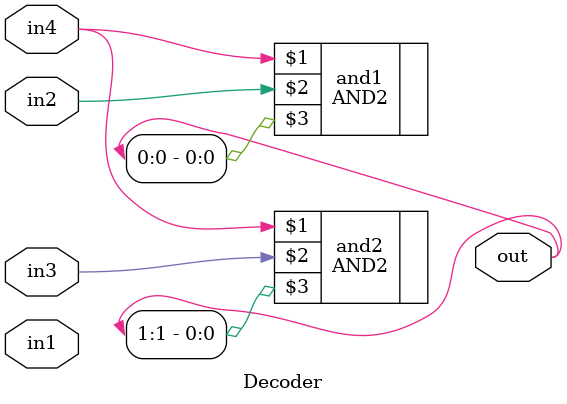
<source format=v>
module Decoder(
    input in1, in2, in3, in4,

    output reg [1:0] out
);
    
    AND2 and1(in4, in2, out[0]);
    AND2 and2(in4, in3, out[1]);

endmodule

</source>
